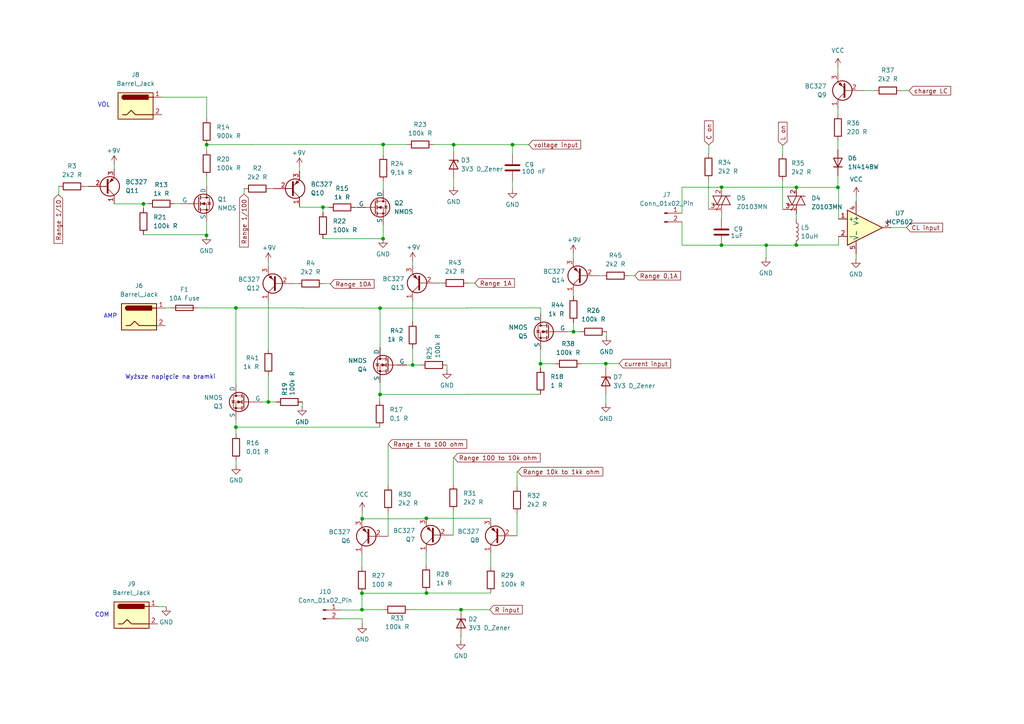
<source format=kicad_sch>
(kicad_sch (version 20230121) (generator eeschema)
  (paper "A4")
  (lib_symbols
    (symbol "Connector:Barrel_Jack" (pin_names (offset 1.016))
      (property "Reference" "J" (at 0 5.334 0))
      (property "Value" "Barrel_Jack" (at 0 -5.08 0))
      (symbol "Barrel_Jack_0_1"
        (rectangle (start -5.08 3.81) (end 5.08 -3.81) (stroke (width 0.254)) (fill (type background)))
        (arc (start -3.302 3.175) (mid -3.9343 2.54) (end -3.302 1.905) (stroke (width 0.254)))
        (arc (start -3.302 3.175) (mid -3.9343 2.54) (end -3.302 1.905) (stroke (width 0.254)) (fill (type outline)))
        (polyline (pts (xy 5.08 2.54) (xy 3.81 2.54)) (stroke (width 0.254)))
        (polyline (pts (xy -3.81 -2.54) (xy -2.54 -2.54) (xy -1.27 -1.27) (xy 0 -2.54) (xy 2.54 -2.54) (xy 5.08 -2.54)) (stroke (width 0.254)))
        (rectangle (start 3.683 3.175) (end -3.302 1.905) (stroke (width 0.254)) (fill (type outline)))
      )
      (symbol "Barrel_Jack_1_1"
        (pin passive line (at 7.62 2.54 180) (length 2.54) (name "~") (number "1"))
        (pin passive line (at 7.62 -2.54 180) (length 2.54) (name "~") (number "2"))
      )
    )
    (symbol "Connector:Conn_01x02_Pin" (pin_names (offset 1.016) hide)
      (property "Reference" "J" (at 0 2.54 0))
      (property "Value" "Conn_01x02_Pin" (at 0 -5.08 0))
      (symbol "Conn_01x02_Pin_1_1"
        (polyline (pts (xy 1.27 -2.54) (xy 0.8636 -2.54)) (stroke (width 0.1524)))
        (polyline (pts (xy 1.27 0) (xy 0.8636 0)) (stroke (width 0.1524)))
        (rectangle (start 0.8636 -2.413) (end 0 -2.667) (stroke (width 0.1524)) (fill (type outline)))
        (rectangle (start 0.8636 0.127) (end 0 -0.127) (stroke (width 0.1524)) (fill (type outline)))
        (pin passive line (at 5.08 0 180) (length 3.81) (name "Pin_1") (number "1"))
        (pin passive line (at 5.08 -2.54 180) (length 3.81) (name "Pin_2") (number "2"))
      )
    )
    (symbol "Device:C" (pin_numbers hide) (pin_names (offset 0.254))
      (property "Reference" "C" (at 0.635 2.54 0))
      (property "Value" "C" (at 0.635 -2.54 0))
      (symbol "C_0_1"
        (polyline (pts (xy -2.032 -0.762) (xy 2.032 -0.762)) (stroke (width 0.508)))
        (polyline (pts (xy -2.032 0.762) (xy 2.032 0.762)) (stroke (width 0.508)))
      )
      (symbol "C_1_1"
        (pin passive line (at 0 3.81 270) (length 2.794) (name "~") (number "1"))
        (pin passive line (at 0 -3.81 90) (length 2.794) (name "~") (number "2"))
      )
    )
    (symbol "Device:D_Zener" (pin_numbers hide) (pin_names (offset 1.016) hide)
      (property "Reference" "D" (at 0 2.54 0))
      (property "Value" "D_Zener" (at 0 -2.54 0))
      (symbol "D_Zener_0_1"
        (polyline (pts (xy 1.27 0) (xy -1.27 0)))
        (polyline (pts (xy -1.27 -1.27) (xy -1.27 1.27) (xy -0.762 1.27)) (stroke (width 0.254)))
        (polyline (pts (xy 1.27 -1.27) (xy 1.27 1.27) (xy -1.27 0) (xy 1.27 -1.27)) (stroke (width 0.254)))
      )
      (symbol "D_Zener_1_1"
        (pin passive line (at -3.81 0 0) (length 2.54) (name "K") (number "1"))
        (pin passive line (at 3.81 0 180) (length 2.54) (name "A") (number "2"))
      )
    )
    (symbol "Device:Fuse" (pin_numbers hide) (pin_names (offset 0))
      (property "Reference" "F" (at 2.032 0 90))
      (property "Value" "Fuse" (at -1.905 0 90))
      (symbol "Fuse_0_1"
        (rectangle (start -0.762 -2.54) (end 0.762 2.54) (stroke (width 0.254)))
        (polyline (pts (xy 0 2.54) (xy 0 -2.54)))
      )
      (symbol "Fuse_1_1"
        (pin passive line (at 0 3.81 270) (length 1.27) (name "~") (number "1"))
        (pin passive line (at 0 -3.81 90) (length 1.27) (name "~") (number "2"))
      )
    )
    (symbol "Device:L" (pin_numbers hide) (pin_names (offset 1.016) hide)
      (property "Reference" "L" (at -1.27 0 90))
      (property "Value" "L" (at 1.905 0 90))
      (symbol "L_0_1"
        (arc (start 0 -2.54) (mid 0.6323 -1.905) (end 0 -1.27))
        (arc (start 0 -1.27) (mid 0.6323 -0.635) (end 0 0))
        (arc (start 0 0) (mid 0.6323 0.635) (end 0 1.27))
        (arc (start 0 1.27) (mid 0.6323 1.905) (end 0 2.54))
      )
      (symbol "L_1_1"
        (pin passive line (at 0 3.81 270) (length 1.27) (name "1") (number "1"))
        (pin passive line (at 0 -3.81 90) (length 1.27) (name "2") (number "2"))
      )
    )
    (symbol "Device:R" (pin_numbers hide) (pin_names (offset 0))
      (property "Reference" "R" (at 2.032 0 90))
      (property "Value" "R" (at 0 0 90))
      (symbol "R_0_1"
        (rectangle (start -1.016 -2.54) (end 1.016 2.54) (stroke (width 0.254)))
      )
      (symbol "R_1_1"
        (pin passive line (at 0 3.81 270) (length 1.27) (name "~") (number "1"))
        (pin passive line (at 0 -3.81 90) (length 1.27) (name "~") (number "2"))
      )
    )
    (symbol "Diode:1N4148W" (pin_numbers hide) (pin_names hide)
      (property "Reference" "D" (at 0 2.54 0))
      (property "Value" "1N4148W" (at 0 -2.54 0))
      (symbol "1N4148W_0_1"
        (polyline (pts (xy -1.27 1.27) (xy -1.27 -1.27)) (stroke (width 0.254)))
        (polyline (pts (xy 1.27 0) (xy -1.27 0)))
        (polyline (pts (xy 1.27 1.27) (xy 1.27 -1.27) (xy -1.27 0) (xy 1.27 1.27)) (stroke (width 0.254)))
      )
      (symbol "1N4148W_1_1"
        (pin passive line (at -3.81 0 0) (length 2.54) (name "K") (number "1"))
        (pin passive line (at 3.81 0 180) (length 2.54) (name "A") (number "2"))
      )
    )
    (symbol "Simulation_SPICE:NMOS" (pin_numbers hide) (pin_names (offset 0))
      (property "Reference" "Q" (at 5.08 1.27 0))
      (property "Value" "NMOS" (at 5.08 -1.27 0))
      (symbol "NMOS_0_1"
        (polyline (pts (xy 0.254 0) (xy -2.54 0)))
        (polyline (pts (xy 0.254 1.905) (xy 0.254 -1.905)) (stroke (width 0.254)))
        (polyline (pts (xy 0.762 -1.27) (xy 0.762 -2.286)) (stroke (width 0.254)))
        (polyline (pts (xy 0.762 0.508) (xy 0.762 -0.508)) (stroke (width 0.254)))
        (polyline (pts (xy 0.762 2.286) (xy 0.762 1.27)) (stroke (width 0.254)))
        (polyline (pts (xy 2.54 2.54) (xy 2.54 1.778)))
        (polyline (pts (xy 2.54 -2.54) (xy 2.54 0) (xy 0.762 0)))
        (polyline (pts (xy 0.762 -1.778) (xy 3.302 -1.778) (xy 3.302 1.778) (xy 0.762 1.778)))
        (polyline (pts (xy 1.016 0) (xy 2.032 0.381) (xy 2.032 -0.381) (xy 1.016 0)) (fill (type outline)))
        (polyline (pts (xy 2.794 0.508) (xy 2.921 0.381) (xy 3.683 0.381) (xy 3.81 0.254)))
        (polyline (pts (xy 3.302 0.381) (xy 2.921 -0.254) (xy 3.683 -0.254) (xy 3.302 0.381)))
        (circle (center 1.651 0) (radius 2.794) (stroke (width 0.254)))
        (circle (center 2.54 -1.778) (radius 0.254) (fill (type outline)))
        (circle (center 2.54 1.778) (radius 0.254) (fill (type outline)))
      )
      (symbol "NMOS_1_1"
        (pin passive line (at 2.54 5.08 270) (length 2.54) (name "D") (number "1"))
        (pin input line (at -5.08 0 0) (length 2.54) (name "G") (number "2"))
        (pin passive line (at 2.54 -5.08 90) (length 2.54) (name "S") (number "3"))
      )
    )
    (symbol "Simulation_SPICE:OPAMP" (pin_names (offset 0.254))
      (property "Reference" "U" (at 3.81 3.175 0))
      (property "Value" "${SIM.PARAMS}" (at 3.81 -3.175 0))
      (symbol "OPAMP_0_1"
        (polyline (pts (xy 5.08 0) (xy -5.08 5.08) (xy -5.08 -5.08) (xy 5.08 0)) (stroke (width 0.254)) (fill (type background)))
      )
      (symbol "OPAMP_1_1"
        (pin input line (at -7.62 2.54 0) (length 2.54) (name "+") (number "1"))
        (pin input line (at -7.62 -2.54 0) (length 2.54) (name "-") (number "2"))
        (pin output line (at 7.62 0 180) (length 2.54) (name "~") (number "3"))
        (pin power_in line (at -2.54 7.62 270) (length 3.81) (name "V+") (number "4"))
        (pin power_in line (at -2.54 -7.62 90) (length 3.81) (name "V-") (number "5"))
      )
    )
    (symbol "Transistor_BJT:BC327" (pin_names (offset 0) hide)
      (property "Reference" "Q" (at 5.08 1.905 0))
      (property "Value" "BC327" (at 5.08 0 0))
      (symbol "BC327_0_1"
        (polyline (pts (xy 0.635 0.635) (xy 2.54 2.54)))
        (polyline (pts (xy 0.635 -0.635) (xy 2.54 -2.54) (xy 2.54 -2.54)))
        (polyline (pts (xy 0.635 1.905) (xy 0.635 -1.905) (xy 0.635 -1.905)) (stroke (width 0.508)))
        (polyline (pts (xy 2.286 -1.778) (xy 1.778 -2.286) (xy 1.27 -1.27) (xy 2.286 -1.778) (xy 2.286 -1.778)) (fill (type outline)))
        (circle (center 1.27 0) (radius 2.8194) (stroke (width 0.254)))
      )
      (symbol "BC327_1_1"
        (pin passive line (at 2.54 5.08 270) (length 2.54) (name "C") (number "1"))
        (pin input line (at -5.08 0 0) (length 5.715) (name "B") (number "2"))
        (pin passive line (at 2.54 -5.08 90) (length 2.54) (name "E") (number "3"))
      )
    )
    (symbol "Triac_Thyristor:Z0103MN" (pin_names (offset 0) hide)
      (property "Reference" "D" (at 3.175 0.635 0))
      (property "Value" "Z0103MN" (at 3.175 -1.27 0))
      (symbol "Z0103MN_0_1"
        (polyline (pts (xy -2.54 -1.27) (xy 2.54 -1.27)) (stroke (width 0.2032)))
        (polyline (pts (xy -2.54 1.27) (xy 2.54 1.27)) (stroke (width 0.2032)))
        (polyline (pts (xy -1.27 -2.54) (xy -0.635 -1.27)))
        (polyline (pts (xy -2.54 1.27) (xy -1.27 -1.27) (xy 0 1.27)) (stroke (width 0.2032)))
        (polyline (pts (xy 0 -1.27) (xy 1.27 1.27) (xy 2.54 -1.27)) (stroke (width 0.2032)))
      )
      (symbol "Z0103MN_1_1"
        (pin passive line (at 0 -3.81 90) (length 2.54) (name "A1") (number "1"))
        (pin passive line (at 0 3.81 270) (length 2.54) (name "A2") (number "2"))
        (pin input line (at -3.81 -2.54 0) (length 2.54) (name "G") (number "3"))
        (pin passive line (at 0 3.81 270) (length 2.54) hide (name "A4") (number "4"))
      )
    )
    (symbol "power:+9V" (power) (pin_names (offset 0))
      (property "Value" "+9V" (at 0 3.556 0))
      (symbol "+9V_0_1"
        (polyline (pts (xy -0.762 1.27) (xy 0 2.54)))
        (polyline (pts (xy 0 0) (xy 0 2.54)))
        (polyline (pts (xy 0 2.54) (xy 0.762 1.27)))
      )
      (symbol "+9V_1_1"
        (pin power_in line (at 0 0 90) (length 0) hide (name "+9V") (number "1"))
      )
    )
    (symbol "power:GND" (power) (pin_names (offset 0))
      (property "Value" "GND" (at 0 -3.81 0))
      (symbol "GND_0_1"
        (polyline (pts (xy 0 0) (xy 0 -1.27) (xy 1.27 -1.27) (xy 0 -2.54) (xy -1.27 -1.27) (xy 0 -1.27)))
      )
      (symbol "GND_1_1"
        (pin power_in line (at 0 0 270) (length 0) hide (name "GND") (number "1"))
      )
    )
    (symbol "power:VCC" (power) (pin_names (offset 0))
      (property "Value" "VCC" (at 0 3.81 0))
      (symbol "VCC_0_1"
        (polyline (pts (xy -0.762 1.27) (xy 0 2.54)))
        (polyline (pts (xy 0 0) (xy 0 2.54)))
        (polyline (pts (xy 0 2.54) (xy 0.762 1.27)))
      )
      (symbol "VCC_1_1"
        (pin power_in line (at 0 0 90) (length 0) hide (name "VCC") (number "1"))
      )
    )
  )
  (junction (at 123.698 172.0088))
  (junction (at 209.296 54.3052))
  (junction (at 131.572 41.9608))
  (junction (at 41.6052 59.1312))
  (junction (at 59.944 41.9608))
  (junction (at 148.6408 41.9608))
  (junction (at 119.6848 105.8672))
  (junction (at 77.8256 116.586))
  (junction (at 59.8932 68.2752))
  (junction (at 110.236 114.4016))
  (junction (at 230.9876 54.356))
  (junction (at 133.7056 176.8348))
  (junction (at 222.2271 71.12))
  (junction (at 156.7688 105.4991))
  (junction (at 111.1504 41.91))
  (junction (at 68.4276 89.3064))
  (junction (at 105.0544 150.4696))
  (junction (at 104.9857 172.0596))
  (junction (at 175.7153 105.4608))
  (junction (at 93.6752 60.0964))
  (junction (at 166.342 96.2152))
  (junction (at 110.236 89.3572))
  (junction (at 209.2452 71.12))
  (junction (at 111.0996 69.2404))
  (junction (at 243.0272 54.356))
  (junction (at 68.4276 123.9012))
  (junction (at 230.9368 71.0692))
  (junction (at 123.6472 150.3172))
  (junction (at 104.9857 176.8348))
  (wire (pts (xy 87.884 89.3064) (xy 68.4276 89.3064)))
  (wire (pts (xy 248.3104 73.66) (xy 248.3104 75.0824)))
  (wire (pts (xy 197.8152 54.3052) (xy 197.8152 61.8236)))
  (wire (pts (xy 93.8784 82.2452) (xy 95.8088 82.2452)))
  (wire (pts (xy 175.7153 105.4608) (xy 175.7153 106.8324)))
  (wire (pts (xy 59.944 28.194) (xy 59.944 34.3408)))
  (wire (pts (xy 50.5968 59.0804) (xy 52.324 59.0804)))
  (wire (pts (xy 166.3192 85.9028) (xy 166.2684 85.9028)))
  (wire (pts (xy 103.0224 60.1472) (xy 103.5304 60.1472)))
  (wire (pts (xy 77.8256 116.586) (xy 77.8256 108.9152)))
  (wire (pts (xy 226.9744 52.4256) (xy 226.9744 60.706)))
  (wire (pts (xy 243.0272 40.7924) (xy 243.0272 43.3324)))
  (wire (pts (xy 156.7688 105.4991) (xy 160.9852 105.4991)))
  (wire (pts (xy 133.6548 184.6072) (xy 133.6548 185.7756)))
  (wire (pts (xy 243.0272 31.3436) (xy 243.0272 33.1724)))
  (wire (pts (xy 70.8152 56.2864) (xy 70.7644 56.2864)))
  (wire (pts (xy 104.9857 176.8348) (xy 104.9857 176.9364)))
  (wire (pts (xy 182.3212 79.9592) (xy 184.0992 79.9592)))
  (wire (pts (xy 117.856 105.8672) (xy 119.6848 105.8672)))
  (wire (pts (xy 104.9857 172.0596) (xy 123.698 172.0596)))
  (wire (pts (xy 46.9392 28.194) (xy 59.944 28.194)))
  (wire (pts (xy 59.8932 68.072) (xy 59.8932 68.2752)))
  (wire (pts (xy 197.8152 64.3636) (xy 197.8152 71.12)))
  (wire (pts (xy 156.7688 101.2952) (xy 156.7688 105.4991)))
  (wire (pts (xy 226.9744 60.706) (xy 227.1776 60.706)))
  (wire (pts (xy 123.5964 171.704) (xy 123.698 171.704)))
  (wire (pts (xy 148.6408 41.9608) (xy 148.6408 44.8564)))
  (wire (pts (xy 68.4784 134.9756) (xy 68.4784 133.5532)))
  (wire (pts (xy 175.7172 114.4524) (xy 175.7172 116.9416)))
  (wire (pts (xy 197.8152 54.3052) (xy 209.296 54.3052)))
  (wire (pts (xy 205.486 60.6552) (xy 205.486 52.2224)))
  (wire (pts (xy 77.8256 75.8952) (xy 77.8256 77.1652)))
  (wire (pts (xy 95.8088 82.2452) (xy 95.8088 82.3468)))
  (wire (pts (xy 17.0688 56.4388) (xy 16.9164 56.4388)))
  (wire (pts (xy 160.9852 105.4991) (xy 160.9852 105.5116)))
  (wire (pts (xy 243.2304 54.356) (xy 243.2304 63.5)))
  (wire (pts (xy 110.236 89.3572) (xy 110.236 100.7872)))
  (wire (pts (xy 166.3192 85.9028) (xy 166.3192 85.9536)))
  (wire (pts (xy 156.8196 89.3064) (xy 156.8196 91.1352)))
  (wire (pts (xy 17.0688 54.0512) (xy 17.0688 56.4388)))
  (wire (pts (xy 110.0836 116.2812) (xy 110.1344 116.2812)))
  (wire (pts (xy 148.6408 52.4764) (xy 148.6408 54.864)))
  (wire (pts (xy 131.4704 132.7404) (xy 131.6228 132.7404)))
  (wire (pts (xy 93.6752 60.0964) (xy 95.4024 60.0964)))
  (wire (pts (xy 41.6052 68.072) (xy 59.8932 68.072)))
  (wire (pts (xy 166.342 96.2152) (xy 168.3004 96.2152)))
  (wire (pts (xy 105.0544 179.4764) (xy 105.0544 181.102)))
  (wire (pts (xy 41.6052 59.0804) (xy 41.6052 59.1312)))
  (wire (pts (xy 111.1504 41.91) (xy 111.1504 44.958)))
  (wire (pts (xy 72.9488 41.9608) (xy 59.944 41.9608)))
  (wire (pts (xy 131.4704 155.194) (xy 131.2672 155.194)))
  (wire (pts (xy 209.296 54.3052) (xy 230.9876 54.3052)))
  (wire (pts (xy 230.9876 54.356) (xy 243.0272 54.356)))
  (wire (pts (xy 123.5964 164.0332) (xy 123.5964 160.274)))
  (wire (pts (xy 87.7316 117.9068) (xy 87.63 117.9068)))
  (wire (pts (xy 133.7056 184.6072) (xy 133.6548 184.6072)))
  (wire (pts (xy 68.4276 125.9332) (xy 68.4784 125.9332)))
  (wire (pts (xy 243.0272 19.5072) (xy 243.0272 21.1836)))
  (wire (pts (xy 111.2012 176.8348) (xy 104.9857 176.8348)))
  (wire (pts (xy 24.6888 54.0512) (xy 25.5016 54.0512)))
  (wire (pts (xy 131.572 41.9608) (xy 131.572 41.91)))
  (wire (pts (xy 243.2304 68.58) (xy 243.2304 71.0692)))
  (wire (pts (xy 131.572 41.9608) (xy 148.6408 41.9608)))
  (wire (pts (xy 149.9616 155.3972) (xy 149.9616 148.844)))
  (wire (pts (xy 68.4276 89.3064) (xy 68.4276 111.506)))
  (wire (pts (xy 49.6824 89.3064) (xy 47.9552 89.3064)))
  (wire (pts (xy 131.572 51.562) (xy 131.572 54.0512)))
  (wire (pts (xy 149.9616 141.224) (xy 149.9616 136.8044)))
  (wire (pts (xy 135.3312 114.3508) (xy 156.7688 114.3508)))
  (wire (pts (xy 248.3612 56.896) (xy 248.3612 58.42)))
  (wire (pts (xy 142.3416 172.0088) (xy 123.698 172.0088)))
  (wire (pts (xy 166.2684 85.9028) (xy 166.2684 85.0392)))
  (wire (pts (xy 258.4704 65.9892) (xy 258.4704 66.04)))
  (wire (pts (xy 93.6752 60.0964) (xy 93.6752 61.6204)))
  (wire (pts (xy 111.1504 65.2272) (xy 111.1504 69.2404)))
  (wire (pts (xy 168.6052 105.4608) (xy 168.6052 105.5116)))
  (wire (pts (xy 263.652 26.3144) (xy 261.3152 26.3144)))
  (wire (pts (xy 261.3152 26.3144) (xy 261.3152 26.2636)))
  (wire (pts (xy 68.4276 121.666) (xy 68.4276 123.9012)))
  (wire (pts (xy 110.0836 114.4016) (xy 110.236 114.4016)))
  (wire (pts (xy 166.342 96.2152) (xy 166.342 93.5736)))
  (wire (pts (xy 127.3048 82.0928) (xy 128.1176 82.0928)))
  (wire (pts (xy 175.7153 106.8324) (xy 175.7172 106.8324)))
  (wire (pts (xy 123.5964 160.274) (xy 123.6472 160.274)))
  (wire (pts (xy 156.7688 105.4991) (xy 156.7688 106.7308)))
  (wire (pts (xy 131.4704 140.5636) (xy 131.4704 132.7404)))
  (wire (pts (xy 105.0544 148.2852) (xy 105.0544 150.4696)))
  (wire (pts (xy 41.6052 59.1312) (xy 33.1216 59.1312)))
  (wire (pts (xy 131.572 41.9608) (xy 131.572 43.942)))
  (wire (pts (xy 135.3312 114.4016) (xy 110.236 114.4016)))
  (wire (pts (xy 173.8884 79.9592) (xy 174.7012 79.9592)))
  (wire (pts (xy 95.4024 60.0964) (xy 95.4024 60.1472)))
  (wire (pts (xy 111.0996 69.2404) (xy 93.6752 69.2404)))
  (wire (pts (xy 59.944 68.2752) (xy 59.8932 68.2752)))
  (wire (pts (xy 230.9368 71.12) (xy 230.9368 71.0692)))
  (wire (pts (xy 68.4276 89.3064) (xy 57.3024 89.3064)))
  (wire (pts (xy 87.884 89.3572) (xy 110.236 89.3572)))
  (wire (pts (xy 47.9552 89.3064) (xy 47.9552 89.3572)))
  (wire (pts (xy 135.3312 89.3064) (xy 135.3312 89.3572)))
  (wire (pts (xy 133.7056 177.038) (xy 133.7056 176.8348)))
  (wire (pts (xy 59.944 51.2572) (xy 59.944 54.0004)))
  (wire (pts (xy 105.0544 150.4696) (xy 123.6472 150.4696)))
  (wire (pts (xy 230.9876 54.3052) (xy 230.9876 54.356)))
  (wire (pts (xy 250.6472 26.2636) (xy 253.6952 26.2636)))
  (wire (pts (xy 48.2092 175.9712) (xy 45.7708 175.9712)))
  (wire (pts (xy 87.884 89.3572) (xy 87.884 89.3064)))
  (wire (pts (xy 175.9204 96.2152) (xy 175.9204 97.5868)))
  (wire (pts (xy 142.3416 164.3888) (xy 142.3416 160.4772)))
  (wire (pts (xy 98.7552 179.4764) (xy 105.0544 179.4764)))
  (wire (pts (xy 123.698 171.704) (xy 123.698 172.0088)))
  (wire (pts (xy 70.8152 54.7116) (xy 70.8152 56.2864)))
  (wire (pts (xy 243.0272 54.356) (xy 243.2304 54.356)))
  (wire (pts (xy 135.3312 89.3064) (xy 156.8196 89.3064)))
  (wire (pts (xy 227.0252 42.164) (xy 227.0252 44.8056)))
  (wire (pts (xy 68.4276 123.9012) (xy 110.1344 123.9012)))
  (wire (pts (xy 164.4396 96.2152) (xy 166.342 96.2152)))
  (wire (pts (xy 104.9528 150.4696) (xy 105.0544 150.4696)))
  (wire (pts (xy 119.6848 93.3704) (xy 119.6848 87.1728)))
  (wire (pts (xy 45.7708 175.9712) (xy 45.7708 175.8696)))
  (wire (pts (xy 33.1216 47.7012) (xy 33.1216 48.9712)))
  (wire (pts (xy 104.9528 164.4396) (xy 104.9528 160.6296)))
  (wire (pts (xy 135.7376 82.0928) (xy 137.7188 82.0928)))
  (wire (pts (xy 243.2304 71.0692) (xy 230.9368 71.0692)))
  (wire (pts (xy 85.4456 82.2452) (xy 86.2584 82.2452)))
  (wire (pts (xy 123.6472 150.3172) (xy 123.6472 150.4696)))
  (wire (pts (xy 59.944 41.9608) (xy 59.944 43.6372)))
  (wire (pts (xy 166.342 93.5736) (xy 166.3192 93.5736)))
  (wire (pts (xy 119.6848 105.8672) (xy 122.0216 105.8672)))
  (wire (pts (xy 222.2271 71.12) (xy 230.9368 71.12)))
  (wire (pts (xy 222.2271 74.7268) (xy 222.1484 74.7268)))
  (wire (pts (xy 148.6408 41.9608) (xy 153.3652 41.9608)))
  (wire (pts (xy 248.3104 75.0824) (xy 248.2596 75.0824)))
  (wire (pts (xy 230.9368 61.976) (xy 230.9876 61.976)))
  (wire (pts (xy 205.5876 42.0116) (xy 205.5876 44.6024)))
  (wire (pts (xy 142.0368 176.8348) (xy 133.7056 176.8348)))
  (wire (pts (xy 118.8212 176.8348) (xy 133.7056 176.8348)))
  (wire (pts (xy 110.0836 114.4016) (xy 110.0836 116.2812)))
  (wire (pts (xy 197.8152 71.12) (xy 209.2452 71.12)))
  (wire (pts (xy 112.5728 128.778) (xy 112.5728 140.8684)))
  (wire (pts (xy 72.9488 41.91) (xy 72.9488 41.9608)))
  (wire (pts (xy 205.5876 44.6024) (xy 205.486 44.6024)))
  (wire (pts (xy 41.6052 59.0804) (xy 42.9768 59.0804)))
  (wire (pts (xy 248.3612 58.42) (xy 248.3104 58.42)))
  (wire (pts (xy 175.7153 105.4608) (xy 179.578 105.4608)))
  (wire (pts (xy 86.868 48.3616) (xy 86.868 49.6316)))
  (wire (pts (xy 142.3416 150.3172) (xy 123.6472 150.3172)))
  (wire (pts (xy 123.5964 171.6532) (xy 123.5964 171.704)))
  (wire (pts (xy 77.8256 116.586) (xy 80.1116 116.586)))
  (wire (pts (xy 104.9528 172.0596) (xy 104.9857 172.0596)))
  (wire (pts (xy 133.7056 184.658) (xy 133.7056 184.6072)))
  (wire (pts (xy 41.6052 59.1312) (xy 41.6052 60.452)))
  (wire (pts (xy 86.868 60.0964) (xy 93.6752 60.0964)))
  (wire (pts (xy 227.0252 44.8056) (xy 226.9744 44.8056)))
  (wire (pts (xy 78.4352 54.7116) (xy 79.248 54.7116)))
  (wire (pts (xy 68.4276 123.9012) (xy 68.4276 125.9332)))
  (wire (pts (xy 129.6416 105.8672) (xy 129.6416 107.2896)))
  (wire (pts (xy 119.6848 75.7428) (xy 119.6848 77.0128)))
  (wire (pts (xy 209.296 61.9252) (xy 209.296 63.5)))
  (wire (pts (xy 156.8196 101.2952) (xy 156.7688 101.2952)))
  (wire (pts (xy 72.9488 41.91) (xy 111.1504 41.91)))
  (wire (pts (xy 209.296 63.5) (xy 209.2452 63.5)))
  (wire (pts (xy 111.1504 52.578) (xy 111.1504 55.0672)))
  (wire (pts (xy 125.6792 41.91) (xy 131.572 41.91)))
  (wire (pts (xy 59.944 64.1604) (xy 59.944 68.2752)))
  (wire (pts (xy 119.6848 105.8672) (xy 119.6848 100.9904)))
  (wire (pts (xy 77.8256 87.3252) (xy 77.8256 101.2952)))
  (wire (pts (xy 209.2452 71.12) (xy 222.2271 71.12)))
  (wire (pts (xy 175.7153 105.4608) (xy 168.6052 105.4608)))
  (wire (pts (xy 86.868 60.0964) (xy 86.868 59.7916)))
  (wire (pts (xy 135.3312 114.3508) (xy 135.3312 114.4016)))
  (wire (pts (xy 149.9616 136.8044) (xy 150.1648 136.8044)))
  (wire (pts (xy 118.0592 41.91) (xy 111.1504 41.91)))
  (wire (pts (xy 243.0272 50.9524) (xy 243.0272 54.356)))
  (wire (pts (xy 98.7552 176.9364) (xy 104.9857 176.9364)))
  (wire (pts (xy 230.9368 63.4492) (xy 230.9368 61.976)))
  (wire (pts (xy 166.2684 73.6092) (xy 166.2684 74.8792)))
  (wire (pts (xy 131.4704 148.1836) (xy 131.4704 155.194)))
  (wire (pts (xy 104.9857 172.0596) (xy 104.9857 176.8348)))
  (wire (pts (xy 110.236 110.9472) (xy 110.236 114.4016)))
  (wire (pts (xy 222.2271 71.12) (xy 222.2271 74.7268)))
  (wire (pts (xy 112.5728 155.5496) (xy 112.5728 148.4884)))
  (wire (pts (xy 135.3312 89.3572) (xy 110.236 89.3572)))
  (wire (pts (xy 87.7316 116.586) (xy 87.7316 117.9068)))
  (wire (pts (xy 76.0476 116.586) (xy 77.8256 116.586)))
  (wire (pts (xy 111.1504 69.2404) (xy 111.0996 69.2404)))
  (wire (pts (xy 123.698 172.0088) (xy 123.698 172.0596)))
  (wire (pts (xy 123.6472 150.3172) (xy 123.6472 150.114)))
  (wire (pts (xy 262.9408 65.9892) (xy 258.4704 65.9892)))
  (text "AMP" (at 30.0228 92.5068 0) (effects (font (size 1.27 1.27)) (justify left bottom)))
  (text "VOL" (at 28.2956 31.242 0) (effects (font (size 1.27 1.27)) (justify left bottom)))
  (text "COM" (at 27.4828 179.1716 0) (effects (font (size 1.27 1.27)) (justify left bottom)))
  (text "Wyższe napięcie na bramki" (at 36.2712 110.1852 0) (effects (font (size 1.27 1.27)) (justify left bottom)))
  (global_label "Range 100 to 10k ohm" (shape input) (at 131.6228 132.7404 0) (property "Intersheetrefs" "${INTERSHEET_REFS}" (effects hide)))
  (global_label "current input" (shape input) (at 179.578 105.4608 0) (property "Intersheetrefs" "${INTERSHEET_REFS}" (effects hide)))
  (global_label "Range 1{slash}100" (shape input) (at 70.7644 56.2864 270) (property "Intersheetrefs" "${INTERSHEET_REFS}" (effects hide)))
  (global_label "CL input" (shape input) (at 262.9408 65.9892 0) (property "Intersheetrefs" "${INTERSHEET_REFS}" (effects hide)))
  (global_label "Range 1A" (shape input) (at 137.7188 82.0928 0) (property "Intersheetrefs" "${INTERSHEET_REFS}" (effects hide)))
  (global_label "C on" (shape input) (at 205.5876 42.0116 90) (property "Intersheetrefs" "${INTERSHEET_REFS}" (effects hide)))
  (global_label "voltage input" (shape input) (at 153.3652 41.9608 0) (property "Intersheetrefs" "${INTERSHEET_REFS}" (effects hide)))
  (global_label "L on" (shape input) (at 227.0252 42.164 90) (property "Intersheetrefs" "${INTERSHEET_REFS}" (effects hide)))
  (global_label "Range 0,1A" (shape input) (at 184.0992 79.9592 0) (property "Intersheetrefs" "${INTERSHEET_REFS}" (effects hide)))
  (global_label "Range 1{slash}10" (shape input) (at 16.9164 56.4388 270) (property "Intersheetrefs" "${INTERSHEET_REFS}" (effects hide)))
  (global_label "Range 10k to 1kk ohm" (shape input) (at 150.1648 136.8044 0) (property "Intersheetrefs" "${INTERSHEET_REFS}" (effects hide)))
  (global_label "charge LC" (shape input) (at 263.652 26.3144 0) (property "Intersheetrefs" "${INTERSHEET_REFS}" (effects hide)))
  (global_label "R input" (shape input) (at 142.0368 176.8348 0) (property "Intersheetrefs" "${INTERSHEET_REFS}" (effects hide)))
  (global_label "Range 10A" (shape input) (at 95.8088 82.3468 0) (property "Intersheetrefs" "${INTERSHEET_REFS}" (effects hide)))
  (global_label "Range 1 to 100 ohm" (shape input) (at 112.5728 128.778 0) (property "Intersheetrefs" "${INTERSHEET_REFS}" (effects hide)))
  (symbol (lib_id "Device:R") (at 59.944 38.1508 0) (unit 1)
    (property "Reference" "R14" (at 62.7888 36.8808 0) (effects (justify left)))
    (property "Value" "900k R" (at 62.7888 39.4208 0) (effects (justify left)))
    (property "Footprint" "Resistor_SMD:R_0805_2012Metric" (effects hide))
  )
  (symbol (lib_id "Transistor_BJT:BC327") (at 80.3656 82.2452 180) (unit 1)
    (property "Reference" "Q12" (at 75.438 83.566 0) (effects (justify left)))
    (property "Value" "BC327" (at 75.438 81.026 0) (effects (justify left)))
    (property "Footprint" "Package_TO_SOT_SMD:SOT-23-3" (effects hide))
    (property "Datasheet" "http://www.onsemi.com/pub_link/Collateral/BC327-D.PDF" (effects hide))
  )
  (symbol (lib_id "Triac_Thyristor:Z0103MN") (at 209.296 58.1152 0) (unit 1)
    (property "Reference" "D5" (at 213.614 57.4294 0) (effects (justify left)))
    (property "Value" "Z0103MN" (at 213.614 59.9694 0) (effects (justify left)))
    (property "Footprint" "Package_TO_SOT_SMD:SOT-223" (effects hide))
    (property "Datasheet" "http://www.st.com/resource/en/datasheet/z01.pdf" (effects hide))
  )
  (symbol (lib_id "Connector:Conn_01x02_Pin") (at 93.6752 176.9364 0) (unit 1)
    (property "Reference" "J10" (at 94.3102 171.6024 0))
    (property "Value" "Conn_01x02_Pin" (at 94.3102 174.1424 0))
    (property "Footprint" "Connector_PinHeader_2.54mm:PinHeader_1x02_P2.54mm_Vertical" (effects hide))
  )
  (symbol (lib_id "power:+9V") (at 33.1216 47.7012 0) (unit 1)
    (property "Reference" "#PWR014" (effects hide))
    (property "Value" "+9V" (at 32.9184 43.688 0))
  )
  (symbol (lib_id "Simulation_SPICE:NMOS") (at 112.776 105.8672 0) (mirror y) (unit 1)
    (property "Reference" "Q4" (at 106.4768 107.1372 0) (effects (justify left)))
    (property "Value" "NMOS" (at 106.4768 104.5972 0) (effects (justify left)))
    (property "Datasheet" "https://ngspice.sourceforge.io/docs/ngspice-manual.pdf" (effects hide))
    (property "Sim.Device" "NMOS" (effects hide))
    (property "Sim.Type" "VDMOS" (effects hide))
    (property "Sim.Pins" "1=D 2=G 3=S" (effects hide))
  )
  (symbol (lib_id "Transistor_BJT:BC327") (at 30.5816 54.0512 0) (mirror x) (unit 1)
    (property "Reference" "Q11" (at 36.3728 55.3212 0) (effects (justify left)))
    (property "Value" "BC327" (at 36.3728 52.7812 0) (effects (justify left)))
    (property "Footprint" "Package_TO_SOT_SMD:SOT-23-3" (effects hide))
    (property "Datasheet" "http://www.onsemi.com/pub_link/Collateral/BC327-D.PDF" (effects hide))
  )
  (symbol (lib_id "Transistor_BJT:BC327") (at 126.1872 155.194 180) (unit 1)
    (property "Reference" "Q7" (at 120.396 156.464 0) (effects (justify left)))
    (property "Value" "BC327" (at 120.396 153.924 0) (effects (justify left)))
    (property "Footprint" "Package_TO_SOT_SMD:SOT-23-3" (effects hide))
    (property "Datasheet" "http://www.onsemi.com/pub_link/Collateral/BC327-D.PDF" (effects hide))
  )
  (symbol (lib_id "Device:R") (at 110.1344 120.0912 0) (unit 1)
    (property "Reference" "R17" (at 112.9792 118.8212 0) (effects (justify left)))
    (property "Value" "0,1 R" (at 112.9792 121.3612 0) (effects (justify left)))
    (property "Footprint" "Resistor_SMD:R_MELF_MMB-0207" (effects hide))
  )
  (symbol (lib_id "Device:R") (at 59.944 47.4472 0) (unit 1)
    (property "Reference" "R20" (at 62.7888 46.1772 0) (effects (justify left)))
    (property "Value" "100k R" (at 62.7888 48.7172 0) (effects (justify left)))
    (property "Footprint" "Resistor_SMD:R_0805_2012Metric" (effects hide))
  )
  (symbol (lib_id "Device:R") (at 131.9276 82.0928 90) (unit 1)
    (property "Reference" "R43" (at 131.9276 76.2 90))
    (property "Value" "2k2 R" (at 131.9276 78.74 90))
    (property "Footprint" "Resistor_SMD:R_0805_2012Metric" (effects hide))
  )
  (symbol (lib_id "Device:R") (at 178.5112 79.9592 90) (unit 1)
    (property "Reference" "R45" (at 178.5112 74.0664 90))
    (property "Value" "2k2 R" (at 178.5112 76.6064 90))
    (property "Footprint" "Resistor_SMD:R_0805_2012Metric" (effects hide))
  )
  (symbol (lib_id "Device:R") (at 131.4704 144.3736 0) (unit 1)
    (property "Reference" "R31" (at 134.3152 143.1036 0) (effects (justify left)))
    (property "Value" "2k2 R" (at 134.3152 145.6436 0) (effects (justify left)))
    (property "Footprint" "Resistor_SMD:R_0805_2012Metric" (effects hide))
  )
  (symbol (lib_id "Device:R") (at 41.6052 64.262 0) (unit 1)
    (property "Reference" "R21" (at 44.45 62.992 0) (effects (justify left)))
    (property "Value" "100k R" (at 44.45 65.532 0) (effects (justify left)))
    (property "Footprint" "Resistor_SMD:R_0805_2012Metric" (effects hide))
  )
  (symbol (lib_id "power:VCC") (at 105.0544 148.2852 0) (unit 1)
    (property "Reference" "#PWR049" (effects hide))
    (property "Value" "VCC" (at 105.0544 143.4084 0))
  )
  (symbol (lib_id "Transistor_BJT:BC327") (at 168.8084 79.9592 180) (unit 1)
    (property "Reference" "Q14" (at 163.8808 81.28 0) (effects (justify left)))
    (property "Value" "BC327" (at 163.8808 78.74 0) (effects (justify left)))
    (property "Footprint" "Package_TO_SOT_SMD:SOT-23-3" (effects hide))
    (property "Datasheet" "http://www.onsemi.com/pub_link/Collateral/BC327-D.PDF" (effects hide))
  )
  (symbol (lib_id "power:+9V") (at 86.868 48.3616 0) (unit 1)
    (property "Reference" "#PWR03" (effects hide))
    (property "Value" "+9V" (at 86.6648 44.3484 0))
  )
  (symbol (lib_id "Device:R") (at 77.8256 105.1052 0) (mirror x) (unit 1)
    (property "Reference" "R41" (at 75.184 103.8352 0) (effects (justify right)))
    (property "Value" "1k R" (at 75.184 106.3752 0) (effects (justify right)))
    (property "Footprint" "Resistor_SMD:R_0805_2012Metric" (effects hide))
  )
  (symbol (lib_id "Device:R") (at 83.9216 116.586 90) (unit 1)
    (property "Reference" "R19" (at 82.55 114.808 0) (effects (justify left)))
    (property "Value" "100k R" (at 84.7344 114.7572 0) (effects (justify left)))
    (property "Footprint" "Resistor_SMD:R_0805_2012Metric" (effects hide))
  )
  (symbol (lib_id "Device:R") (at 121.8692 41.91 90) (unit 1)
    (property "Reference" "R23" (at 121.8692 36.1188 90))
    (property "Value" "100k R" (at 121.8692 38.6588 90))
    (property "Footprint" "Resistor_SMD:R_0805_2012Metric" (effects hide))
  )
  (symbol (lib_id "Device:D_Zener") (at 175.7172 110.6424 270) (unit 1)
    (property "Reference" "D7" (at 177.8 109.3724 90) (effects (justify left)))
    (property "Value" "3V3 D_Zener" (at 177.8 111.9124 90) (effects (justify left)))
    (property "Footprint" "Resistor_SMD:R_1206_3216Metric_Pad1.30x1.75mm_HandSolder" (effects hide))
  )
  (symbol (lib_id "power:GND") (at 131.572 54.0512 0) (unit 1)
    (property "Reference" "#PWR044" (effects hide))
    (property "Value" "GND" (at 131.572 58.5216 0))
  )
  (symbol (lib_id "Device:R") (at 111.1504 48.768 180) (unit 1)
    (property "Reference" "R24" (at 113.1824 47.498 0) (effects (justify right)))
    (property "Value" "9,1k R" (at 113.1824 50.038 0) (effects (justify right)))
    (property "Footprint" "Resistor_SMD:R_0805_2012Metric" (effects hide))
  )
  (symbol (lib_id "power:GND") (at 87.63 117.9068 0) (unit 1)
    (property "Reference" "#PWR045" (effects hide))
    (property "Value" "GND" (at 87.63 122.3772 0))
  )
  (symbol (lib_id "power:VCC") (at 243.0272 19.5072 0) (unit 1)
    (property "Reference" "#PWR052" (effects hide))
    (property "Value" "VCC" (at 243.0272 14.6304 0))
  )
  (symbol (lib_id "Device:R") (at 68.4784 129.7432 0) (unit 1)
    (property "Reference" "R16" (at 71.3232 128.4732 0) (effects (justify left)))
    (property "Value" "0,01 R" (at 71.3232 131.0132 0) (effects (justify left)))
    (property "Footprint" "Resistor_SMD:R_MELF_MMB-0207" (effects hide))
  )
  (symbol (lib_id "Device:R") (at 156.7688 110.5408 0) (unit 1)
    (property "Reference" "R18" (at 159.6136 109.2708 0) (effects (justify left)))
    (property "Value" "1 R" (at 159.6136 111.8108 0) (effects (justify left)))
    (property "Footprint" "Resistor_SMD:R_MELF_MMB-0207" (effects hide))
  )
  (symbol (lib_id "Connector:Barrel_Jack") (at 38.1508 178.4096 0) (unit 1)
    (property "Reference" "J9" (at 38.1508 169.3672 0))
    (property "Value" "Barrel_Jack" (at 38.1508 171.9072 0))
  )
  (symbol (lib_id "Transistor_BJT:BC327") (at 245.5672 26.2636 180) (unit 1)
    (property "Reference" "Q9" (at 239.776 27.5336 0) (effects (justify left)))
    (property "Value" "BC327" (at 239.776 24.9936 0) (effects (justify left)))
    (property "Footprint" "Package_TO_SOT_SMD:SOT-23-3" (effects hide))
    (property "Datasheet" "http://www.onsemi.com/pub_link/Collateral/BC327-D.PDF" (effects hide))
  )
  (symbol (lib_id "Device:R") (at 119.6848 97.1804 0) (mirror x) (unit 1)
    (property "Reference" "R42" (at 117.0432 95.9104 0) (effects (justify right)))
    (property "Value" "1k R" (at 117.0432 98.4504 0) (effects (justify right)))
    (property "Footprint" "Resistor_SMD:R_0805_2012Metric" (effects hide))
  )
  (symbol (lib_id "Simulation_SPICE:NMOS") (at 70.9676 116.586 0) (mirror y) (unit 1)
    (property "Reference" "Q3" (at 64.6684 117.856 0) (effects (justify left)))
    (property "Value" "NMOS" (at 64.6684 115.316 0) (effects (justify left)))
    (property "Datasheet" "https://ngspice.sourceforge.io/docs/ngspice-manual.pdf" (effects hide))
    (property "Sim.Device" "NMOS" (effects hide))
    (property "Sim.Type" "VDMOS" (effects hide))
    (property "Sim.Pins" "1=D 2=G 3=S" (effects hide))
  )
  (symbol (lib_id "power:GND") (at 105.0544 181.102 0) (unit 1)
    (property "Reference" "#PWR050" (effects hide))
    (property "Value" "GND" (at 105.0544 185.4302 0))
  )
  (symbol (lib_id "Device:R") (at 93.6752 65.4304 0) (unit 1)
    (property "Reference" "R22" (at 96.52 64.1604 0) (effects (justify left)))
    (property "Value" "100k R" (at 96.52 66.7004 0) (effects (justify left)))
    (property "Footprint" "Resistor_SMD:R_0805_2012Metric" (effects hide))
  )
  (symbol (lib_id "Device:R") (at 104.9528 168.2496 0) (unit 1)
    (property "Reference" "R27" (at 107.7976 166.9796 0) (effects (justify left)))
    (property "Value" "100 R" (at 107.7976 169.5196 0) (effects (justify left)))
    (property "Footprint" "Resistor_SMD:R_0805_2012Metric" (effects hide))
  )
  (symbol (lib_id "power:GND") (at 111.0996 69.2404 0) (unit 1)
    (property "Reference" "#PWR041" (effects hide))
    (property "Value" "GND" (at 111.0996 73.7108 0))
  )
  (symbol (lib_id "Connector:Barrel_Jack") (at 39.3192 30.734 0) (unit 1)
    (property "Reference" "J8" (at 39.3192 21.6916 0))
    (property "Value" "Barrel_Jack" (at 39.3192 24.2316 0))
  )
  (symbol (lib_id "power:GND") (at 148.6408 54.864 0) (unit 1)
    (property "Reference" "#PWR039" (effects hide))
    (property "Value" "GND" (at 148.6408 59.3344 0))
  )
  (symbol (lib_id "Device:R") (at 166.3192 89.7636 0) (mirror x) (unit 1)
    (property "Reference" "R44" (at 163.6776 88.4936 0) (effects (justify right)))
    (property "Value" "1k R" (at 163.6776 91.0336 0) (effects (justify right)))
    (property "Footprint" "Resistor_SMD:R_0805_2012Metric" (effects hide))
  )
  (symbol (lib_id "power:VCC") (at 248.3612 56.896 0) (unit 1)
    (property "Reference" "#PWR054" (effects hide))
    (property "Value" "VCC" (at 248.3612 52.0192 0))
  )
  (symbol (lib_id "Simulation_SPICE:NMOS") (at 159.3596 96.2152 0) (mirror y) (unit 1)
    (property "Reference" "Q5" (at 153.0604 97.4852 0) (effects (justify left)))
    (property "Value" "NMOS" (at 153.0604 94.9452 0) (effects (justify left)))
    (property "Datasheet" "https://ngspice.sourceforge.io/docs/ngspice-manual.pdf" (effects hide))
    (property "Sim.Device" "NMOS" (effects hide))
    (property "Sim.Type" "VDMOS" (effects hide))
    (property "Sim.Pins" "1=D 2=G 3=S" (effects hide))
  )
  (symbol (lib_id "Device:R") (at 112.5728 144.6784 0) (unit 1)
    (property "Reference" "R30" (at 115.4176 143.4084 0) (effects (justify left)))
    (property "Value" "2k2 R" (at 115.4176 145.9484 0) (effects (justify left)))
    (property "Footprint" "Resistor_SMD:R_0805_2012Metric" (effects hide))
  )
  (symbol (lib_id "power:+9V") (at 166.2684 73.6092 0) (mirror y) (unit 1)
    (property "Reference" "#PWR017" (effects hide))
    (property "Value" "+9V" (at 166.4716 69.596 0))
  )
  (symbol (lib_id "Device:R") (at 142.3416 168.1988 0) (unit 1)
    (property "Reference" "R29" (at 145.1864 166.9288 0) (effects (justify left)))
    (property "Value" "100k R" (at 145.1864 169.4688 0) (effects (justify left)))
    (property "Footprint" "Resistor_SMD:R_0805_2012Metric" (effects hide))
  )
  (symbol (lib_id "Device:R") (at 172.1104 96.2152 90) (unit 1)
    (property "Reference" "R26" (at 172.1104 90.0684 90))
    (property "Value" "100k R" (at 172.1104 92.6084 90))
    (property "Footprint" "Resistor_SMD:R_0805_2012Metric" (effects hide))
  )
  (symbol (lib_id "Device:R") (at 243.0272 36.9824 180) (unit 1)
    (property "Reference" "R36" (at 245.5164 35.7124 0) (effects (justify right)))
    (property "Value" "220 R" (at 245.5164 38.2524 0) (effects (justify right)))
    (property "Footprint" "Resistor_SMD:R_0805_2012Metric" (effects hide))
  )
  (symbol (lib_id "Device:L") (at 230.9368 67.2592 0) (unit 1)
    (property "Reference" "L5" (at 232.2576 65.9892 0) (effects (justify left)))
    (property "Value" "10uH" (at 232.2576 68.5292 0) (effects (justify left)))
  )
  (symbol (lib_id "Device:R") (at 20.8788 54.0512 270) (mirror x) (unit 1)
    (property "Reference" "R3" (at 20.8788 48.1584 90))
    (property "Value" "2k2 R" (at 20.8788 50.6984 90))
    (property "Footprint" "Resistor_SMD:R_0805_2012Metric" (effects hide))
  )
  (symbol (lib_id "power:GND") (at 222.1484 74.7268 0) (unit 1)
    (property "Reference" "#PWR051" (effects hide))
    (property "Value" "GND" (at 222.1484 79.1972 0))
  )
  (symbol (lib_id "power:GND") (at 175.7172 116.9416 0) (unit 1)
    (property "Reference" "#PWR055" (effects hide))
    (property "Value" "GND" (at 175.7172 121.412 0))
  )
  (symbol (lib_id "Transistor_BJT:BC327") (at 122.2248 82.0928 180) (unit 1)
    (property "Reference" "Q13" (at 117.2972 83.4136 0) (effects (justify left)))
    (property "Value" "BC327" (at 117.2972 80.8736 0) (effects (justify left)))
    (property "Footprint" "Package_TO_SOT_SMD:SOT-23-3" (effects hide))
    (property "Datasheet" "http://www.onsemi.com/pub_link/Collateral/BC327-D.PDF" (effects hide))
  )
  (symbol (lib_id "Device:R") (at 205.486 48.4124 180) (unit 1)
    (property "Reference" "R34" (at 208.1784 47.1424 0) (effects (justify right)))
    (property "Value" "2k2 R" (at 208.1784 49.6824 0) (effects (justify right)))
    (property "Footprint" "Resistor_SMD:R_0805_2012Metric" (effects hide))
  )
  (symbol (lib_id "power:GND") (at 175.9204 97.5868 0) (unit 1)
    (property "Reference" "#PWR047" (effects hide))
    (property "Value" "GND" (at 175.9204 102.0572 0))
  )
  (symbol (lib_id "Device:R") (at 164.7952 105.5116 90) (unit 1)
    (property "Reference" "R38" (at 164.7952 99.7204 90))
    (property "Value" "100k R" (at 164.7952 102.2604 90))
    (property "Footprint" "Resistor_SMD:R_0805_2012Metric" (effects hide))
  )
  (symbol (lib_id "Device:C") (at 148.6408 48.6664 0) (unit 1)
    (property "Reference" "C9" (at 154.8892 47.8028 0) (effects (justify right)))
    (property "Value" "100 nF" (at 151.2824 49.7332 0) (effects (justify left)))
    (property "Footprint" "Capacitor_SMD:C_0805_2012Metric" (effects hide))
    (instances (project "STM32_Multimeter_PCB" (path "" (reference "C9") (unit 1)) (path "" (reference "C20") (unit 1))))
  )
  (symbol (lib_id "Device:R") (at 123.5964 167.8432 0) (unit 1)
    (property "Reference" "R28" (at 126.4412 166.5732 0) (effects (justify left)))
    (property "Value" "1k R" (at 126.4412 169.1132 0) (effects (justify left)))
    (property "Footprint" "Resistor_SMD:R_0805_2012Metric" (effects hide))
  )
  (symbol (lib_id "Simulation_SPICE:NMOS") (at 57.404 59.0804 0) (unit 1)
    (property "Reference" "Q1" (at 63.0936 57.8104 0) (effects (justify left)))
    (property "Value" "NMOS" (at 63.0936 60.3504 0) (effects (justify left)))
    (property "Datasheet" "https://ngspice.sourceforge.io/docs/ngspice-manual.pdf" (effects hide))
    (property "Sim.Device" "NMOS" (effects hide))
    (property "Sim.Type" "VDMOS" (effects hide))
    (property "Sim.Pins" "1=D 2=G 3=S" (effects hide))
  )
  (symbol (lib_id "Triac_Thyristor:Z0103MN") (at 230.9876 58.166 0) (unit 1)
    (property "Reference" "D4" (at 235.3056 57.4802 0) (effects (justify left)))
    (property "Value" "Z0103MN" (at 235.3056 60.0202 0) (effects (justify left)))
    (property "Footprint" "Package_TO_SOT_SMD:SOT-223" (effects hide))
    (property "Datasheet" "http://www.st.com/resource/en/datasheet/z01.pdf" (effects hide))
  )
  (symbol (lib_id "power:+9V") (at 119.6848 75.7428 0) (mirror y) (unit 1)
    (property "Reference" "#PWR016" (effects hide))
    (property "Value" "+9V" (at 119.888 71.7296 0))
  )
  (symbol (lib_id "Simulation_SPICE:NMOS") (at 108.6104 60.1472 0) (unit 1)
    (property "Reference" "Q2" (at 114.3 58.8772 0) (effects (justify left)))
    (property "Value" "NMOS" (at 114.3 61.4172 0) (effects (justify left)))
    (property "Datasheet" "https://ngspice.sourceforge.io/docs/ngspice-manual.pdf" (effects hide))
    (property "Sim.Device" "NMOS" (effects hide))
    (property "Sim.Type" "VDMOS" (effects hide))
    (property "Sim.Pins" "1=D 2=G 3=S" (effects hide))
  )
  (symbol (lib_id "Device:R") (at 90.0684 82.2452 90) (unit 1)
    (property "Reference" "R4" (at 90.0684 76.3524 90))
    (property "Value" "2k2 R" (at 90.0684 78.8924 90))
    (property "Footprint" "Resistor_SMD:R_0805_2012Metric" (effects hide))
  )
  (symbol (lib_id "Device:R") (at 125.8316 105.8672 90) (unit 1)
    (property "Reference" "R25" (at 124.5616 104.394 0) (effects (justify left)))
    (property "Value" "100k R" (at 126.9492 103.9368 0) (effects (justify left)))
    (property "Footprint" "Resistor_SMD:R_0805_2012Metric" (effects hide))
  )
  (symbol (lib_id "Device:Fuse") (at 53.4924 89.3064 90) (unit 1)
    (property "Reference" "F1" (at 53.4924 83.9724 90))
    (property "Value" "10A Fuse" (at 53.4924 86.5124 90))
  )
  (symbol (lib_id "power:GND") (at 48.2092 175.9712 0) (unit 1)
    (property "Reference" "#PWR043" (effects hide))
    (property "Value" "GND" (at 48.2092 180.4416 0))
  )
  (symbol (lib_id "power:GND") (at 248.2596 75.0824 0) (unit 1)
    (property "Reference" "#PWR053" (effects hide))
    (property "Value" "GND" (at 248.2596 79.5528 0))
  )
  (symbol (lib_id "Device:R") (at 149.9616 145.034 0) (unit 1)
    (property "Reference" "R32" (at 152.8064 143.764 0) (effects (justify left)))
    (property "Value" "2k2 R" (at 152.8064 146.304 0) (effects (justify left)))
    (property "Footprint" "Resistor_SMD:R_0805_2012Metric" (effects hide))
  )
  (symbol (lib_id "Device:C") (at 209.2452 67.31 0) (unit 1)
    (property "Reference" "C9" (at 215.4936 66.4464 0) (effects (justify right)))
    (property "Value" "1uF" (at 211.8868 68.3768 0) (effects (justify left)))
    (property "Footprint" "Capacitor_SMD:C_0805_2012Metric" (effects hide))
    (instances (project "STM32_Multimeter_PCB" (path "" (reference "C9") (unit 1)) (path "" (reference "C21") (unit 1))))
  )
  (symbol (lib_id "Device:R") (at 46.7868 59.0804 90) (unit 1)
    (property "Reference" "R13" (at 46.7868 53.594 90))
    (property "Value" "1k R" (at 46.7868 56.134 90))
    (property "Footprint" "Resistor_SMD:R_0805_2012Metric" (effects hide))
  )
  (symbol (lib_id "Transistor_BJT:BC327") (at 144.8816 155.3972 180) (unit 1)
    (property "Reference" "Q8" (at 139.0904 156.6672 0) (effects (justify left)))
    (property "Value" "BC327" (at 139.0904 154.1272 0) (effects (justify left)))
    (property "Footprint" "Package_TO_SOT_SMD:SOT-23-3" (effects hide))
    (property "Datasheet" "http://www.onsemi.com/pub_link/Collateral/BC327-D.PDF" (effects hide))
  )
  (symbol (lib_id "Transistor_BJT:BC327") (at 84.328 54.7116 0) (mirror x) (unit 1)
    (property "Reference" "Q10" (at 90.1192 55.9816 0) (effects (justify left)))
    (property "Value" "BC327" (at 90.1192 53.4416 0) (effects (justify left)))
    (property "Footprint" "Package_TO_SOT_SMD:SOT-23-3" (effects hide))
    (property "Datasheet" "http://www.onsemi.com/pub_link/Collateral/BC327-D.PDF" (effects hide))
  )
  (symbol (lib_id "Connector:Conn_01x02_Pin") (at 192.7352 61.8236 0) (unit 1)
    (property "Reference" "J7" (at 193.3702 56.4896 0))
    (property "Value" "Conn_01x02_Pin" (at 193.3702 59.0296 0))
    (property "Footprint" "Connector_PinHeader_2.54mm:PinHeader_1x02_P2.54mm_Vertical" (effects hide))
  )
  (symbol (lib_id "Device:D_Zener") (at 133.7056 180.848 270) (unit 1)
    (property "Reference" "D2" (at 135.7884 179.578 90) (effects (justify left)))
    (property "Value" "3V3 D_Zener" (at 135.7884 182.118 90) (effects (justify left)))
    (property "Footprint" "Resistor_SMD:R_1206_3216Metric_Pad1.30x1.75mm_HandSolder" (effects hide))
  )
  (symbol (lib_id "power:GND") (at 129.6416 107.2896 0) (unit 1)
    (property "Reference" "#PWR046" (effects hide))
    (property "Value" "GND" (at 129.6416 111.76 0))
  )
  (symbol (lib_id "power:GND") (at 68.4784 134.9756 0) (unit 1)
    (property "Reference" "#PWR040" (effects hide))
    (property "Value" "GND" (at 68.4784 139.3038 0))
  )
  (symbol (lib_id "power:GND") (at 133.6548 185.7756 0) (unit 1)
    (property "Reference" "#PWR048" (effects hide))
    (property "Value" "GND" (at 133.6548 190.246 0))
  )
  (symbol (lib_id "Transistor_BJT:BC327") (at 107.4928 155.5496 180) (unit 1)
    (property "Reference" "Q6" (at 101.7016 156.8196 0) (effects (justify left)))
    (property "Value" "BC327" (at 101.7016 154.2796 0) (effects (justify left)))
    (property "Footprint" "Package_TO_SOT_SMD:SOT-23-3" (effects hide))
    (property "Datasheet" "http://www.onsemi.com/pub_link/Collateral/BC327-D.PDF" (effects hide))
  )
  (symbol (lib_id "Device:R") (at 99.2124 60.1472 90) (unit 1)
    (property "Reference" "R15" (at 99.2124 54.6608 90))
    (property "Value" "1k R" (at 99.2124 57.2008 90))
    (property "Footprint" "Resistor_SMD:R_0805_2012Metric" (effects hide))
  )
  (symbol (lib_id "Device:R") (at 257.5052 26.2636 90) (unit 1)
    (property "Reference" "R37" (at 257.5052 20.3708 90))
    (property "Value" "2k2 R" (at 257.5052 22.9108 90))
    (property "Footprint" "Resistor_SMD:R_0805_2012Metric" (effects hide))
  )
  (symbol (lib_id "power:+9V") (at 77.8256 75.8952 0) (mirror y) (unit 1)
    (property "Reference" "#PWR015" (effects hide))
    (property "Value" "+9V" (at 78.0288 71.882 0))
  )
  (symbol (lib_id "Simulation_SPICE:OPAMP") (at 250.8504 66.04 0) (unit 1)
    (property "Reference" "U7" (at 260.9596 61.8491 0))
    (property "Value" "MCP602" (at 260.9596 64.3891 0))
    (property "Sim.Pins" "1=1 2=2 3=3 4=4 5=5" (effects hide))
    (property "Sim.Device" "SPICE" (effects hide))
    (property "Sim.Params" "type=\"X\" model=\"OPAMP\" lib=\"\"" (effects hide))
  )
  (symbol (lib_id "power:GND") (at 59.8932 68.2752 0) (unit 1)
    (property "Reference" "#PWR042" (effects hide))
    (property "Value" "GND" (at 59.8932 72.7456 0))
  )
  (symbol (lib_id "Device:R") (at 226.9744 48.6156 180) (unit 1)
    (property "Reference" "R35" (at 229.4636 47.3456 0) (effects (justify right)))
    (property "Value" "2k2 R" (at 229.4636 49.8856 0) (effects (justify right)))
    (property "Footprint" "Resistor_SMD:R_0805_2012Metric" (effects hide))
  )
  (symbol (lib_id "Device:R") (at 74.6252 54.7116 270) (mirror x) (unit 1)
    (property "Reference" "R2" (at 74.6252 48.8188 90))
    (property "Value" "2k2 R" (at 74.6252 51.3588 90))
    (property "Footprint" "Resistor_SMD:R_0805_2012Metric" (effects hide))
  )
  (symbol (lib_id "Diode:1N4148W") (at 243.0272 47.1424 90) (unit 1)
    (property "Reference" "D6" (at 245.872 45.8724 90) (effects (justify right)))
    (property "Value" "1N4148W" (at 245.872 48.4124 90) (effects (justify right)))
    (property "Footprint" "Diode_SMD:D_SOD-123" (effects hide))
    (property "Datasheet" "https://www.vishay.com/docs/85748/1n4148w.pdf" (effects hide))
    (property "Sim.Device" "D" (effects hide))
    (property "Sim.Pins" "1=K 2=A" (effects hide))
  )
  (symbol (lib_id "Connector:Barrel_Jack") (at 40.3352 91.8972 0) (unit 1)
    (property "Reference" "J6" (at 40.3352 82.8548 0))
    (property "Value" "Barrel_Jack" (at 40.3352 85.3948 0))
  )
  (symbol (lib_id "Device:D_Zener") (at 131.572 47.752 270) (unit 1)
    (property "Reference" "D3" (at 133.6548 46.482 90) (effects (justify left)))
    (property "Value" "3V3 D_Zener" (at 133.6548 49.022 90) (effects (justify left)))
    (property "Footprint" "Resistor_SMD:R_1206_3216Metric_Pad1.30x1.75mm_HandSolder" (effects hide))
  )
  (symbol (lib_id "Device:R") (at 115.0112 176.8348 90) (unit 1)
    (property "Reference" "R33" (at 115.2144 179.2732 90))
    (property "Value" "100k R" (at 115.2144 181.8132 90))
    (property "Footprint" "Resistor_SMD:R_0805_2012Metric" (effects hide))
  )
)
</source>
